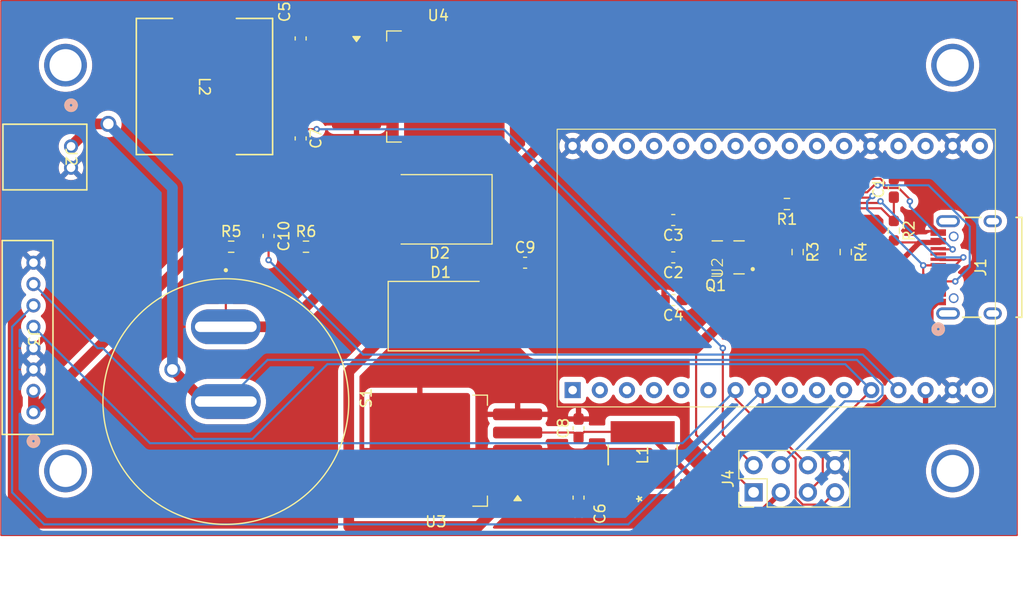
<source format=kicad_pcb>
(kicad_pcb (version 20241229) (generator "pcbnew") (generator_version "9.0")
  (layers (0 "F.Cu" signal) (2 "B.Cu" signal) (13 "F.Paste" user) (15 "B.Paste" user) (5 "F.SilkS" user "F.Silkscreen") (7 "B.SilkS" user "B.Silkscreen") (1 "F.Mask" user) (3 "B.Mask" user) (25 "Edge.Cuts" user))
  (net 0 "")
  (net 1 "Net-(U1-VIN)")
  (net 2 "GND")
  (net 3 "/20V")
  (net 4 "/V_MAIN")
  (net 5 "/12V")
  (net 6 "/5V")
  (net 7 "/V_BATT")
  (net 8 "/VBUS")
  (net 9 "/CC1")
  (net 10 "/D+")
  (net 11 "/CC2")
  (net 12 "/D-")
  (net 13 "/BATT")
  (net 14 "/CH_0")
  (net 15 "/CH_2")
  (net 16 "/CH_1")
  (net 17 "Net-(U3-OUT)")
  (net 18 "Net-(U4-OUT)")
  (net 19 "Net-(U1-ISET)")
  (net 20 "/USB_GATE")
  (net 21 "/V_BATT_SENSE")
  (net 48 "Net-(U1-GATE)")
  (footprint "Connector_PinHeader_2.54mm:PinHeader_2x04_P2.54mm_Vertical" (layer "F.Cu") (at 170.38 146 90)
    (property "Reference" "J4" (at 1.27 -2.38 90) (layer "F.SilkS"))
    (property "Value" "Conn_02x04_Counter_Clockwise")
    (fp_line (start 3.92 -1.38) (end 3.92 9) (stroke (width 0.12)) (layer "F.SilkS"))
    (fp_line (start 1.27 -1.38) (end 3.92 -1.38) (stroke (width 0.12)) (layer "F.SilkS"))
    (fp_line (start -1.38 -1.38) (end 0 -1.38) (stroke (width 0.12)) (layer "F.SilkS"))
    (fp_line (start -1.38 0) (end -1.38 -1.38) (stroke (width 0.12)) (layer "F.SilkS"))
    (fp_line (start 1.27 1.27) (end 1.27 -1.38) (stroke (width 0.12)) (layer "F.SilkS"))
    (fp_line (start -1.38 1.27) (end 1.27 1.27) (stroke (width 0.12)) (layer "F.SilkS"))
    (fp_line (start -1.38 1.27) (end -1.38 9) (stroke (width 0.12)) (layer "F.SilkS"))
    (fp_line (start -1.38 9) (end 3.92 9) (stroke (width 0.12)) (layer "F.SilkS"))
    (pad "1" thru_hole rect (at 0 0 90) (size 1.7 1.7) (drill 1) (layers "*.Cu" "*.Mask") (net 3 "/20V"))
    (pad "2" thru_hole circle (at 2.54 0 90) (size 1.7 1.7) (drill 1) (layers "*.Cu" "*.Mask") (net 5 "/12V"))
    (pad "3" thru_hole circle (at 0 2.54 90) (size 1.7 1.7) (drill 1) (layers "*.Cu" "*.Mask") (net 6 "/5V"))
    (pad "4" thru_hole circle (at 2.54 2.54 90) (size 1.7 1.7) (drill 1) (layers "*.Cu" "*.Mask") (net 13 "/BATT"))
    (pad "5" thru_hole circle (at 0 5.08 90) (size 1.7 1.7) (drill 1) (layers "*.Cu" "*.Mask") (net 15 "/CH_2"))
    (pad "6" thru_hole circle (at 2.54 5.08 90) (size 1.7 1.7) (drill 1) (layers "*.Cu" "*.Mask") (net 16 "/CH_1"))
    (pad "7" thru_hole circle (at 0 7.62 90) (size 1.7 1.7) (drill 1) (layers "*.Cu" "*.Mask") (net 14 "/CH_0"))
    (pad "8" thru_hole circle (at 2.54 7.62 90) (size 1.7 1.7) (drill 1) (layers "*.Cu" "*.Mask") (net 2 "GND"))
  )
  (footprint "Capacitor_SMD:C_0603_1608Metric_Pad1.08x0.95mm_HandSolder" (layer "F.Cu") (at 162.8625 124 180)
    (property "Reference" "C2" (at 0 -1.43 0) (layer "F.SilkS"))
    (property "Value" "4.7u")
    (fp_line (start -0.146267 0.51) (end 0.146267 0.51) (stroke (width 0.12)) (layer "F.SilkS"))
    (fp_line (start -0.146267 -0.51) (end 0.146267 -0.51) (stroke (width 0.12)) (layer "F.SilkS"))
    (pad "1" smd roundrect (at -0.8625 0 180) (size 1.075 0.95) (layers "F.Cu" "F.Mask" "F.Paste") (net 3 "/20V"))
    (pad "2" smd roundrect (at 0.8625 0 180) (size 1.075 0.95) (layers "F.Cu" "F.Mask" "F.Paste") (net 2 "GND"))
  )
  (footprint "ESP32-C6:E" (layer "F.Cu") (at 172.5 125 90)
    (property "Reference" "U2" (at 0 -5.5 90) (layer "F.SilkS") (effects (font (thickness 0.1))))
    (property "Value" "~")
    (fp_rect (start -13 -20.5) (end 13 20.5) (stroke (width 0.1)) (fill no) (layer "F.SilkS"))
    (pad "1" thru_hole rect (at -11.43 -19.05 90) (size 1.5 1.5) (drill 0.8) (layers "*.Cu" "*.Mask"))
    (pad "2" thru_hole circle (at -11.43 -16.51 90) (size 1.5 1.5) (drill 0.8) (layers "*.Cu" "*.Mask"))
    (pad "3" thru_hole circle (at -11.43 -13.97 90) (size 1.5 1.5) (drill 0.8) (layers "*.Cu" "*.Mask"))
    (pad "4" thru_hole circle (at -11.43 -11.43 90) (size 1.5 1.5) (drill 0.8) (layers "*.Cu" "*.Mask"))
    (pad "5" thru_hole circle (at -11.43 -8.89 90) (size 1.5 1.5) (drill 0.8) (layers "*.Cu" "*.Mask"))
    (pad "6" thru_hole circle (at -11.43 -6.35 90) (size 1.5 1.5) (drill 0.8) (layers "*.Cu" "*.Mask"))
    (pad "7" thru_hole circle (at -11.43 -3.81 90) (size 1.5 1.5) (drill 0.8) (layers "*.Cu" "*.Mask") (net 14 "/CH_0"))
    (pad "8" thru_hole circle (at -11.43 -1.27 90) (size 1.5 1.5) (drill 0.8) (layers "*.Cu" "*.Mask") (net 16 "/CH_1"))
    (pad "9" thru_hole circle (at -11.43 1.27 90) (size 1.5 1.5) (drill 0.8) (layers "*.Cu" "*.Mask"))
    (pad "10" thru_hole circle (at -11.43 3.81 90) (size 1.5 1.5) (drill 0.8) (layers "*.Cu" "*.Mask"))
    (pad "11" thru_hole circle (at -11.43 6.35 90) (size 1.5 1.5) (drill 0.8) (layers "*.Cu" "*.Mask"))
    (pad "12" thru_hole circle (at -11.43 8.89 90) (size 1.5 1.5) (drill 0.8) (layers "*.Cu" "*.Mask") (net 15 "/CH_2"))
    (pad "13" thru_hole circle (at -11.43 11.43 90) (size 1.5 1.5) (drill 0.8) (layers "*.Cu" "*.Mask") (net 21 "/V_BATT_SENSE"))
    (pad "14" thru_hole circle (at -11.43 13.97 90) (size 1.5 1.5) (drill 0.8) (layers "*.Cu" "*.Mask") (net 6 "/5V"))
    (pad "15" thru_hole circle (at -11.43 16.51 90) (size 1.5 1.5) (drill 0.8) (layers "*.Cu" "*.Mask") (net 2 "GND"))
    (pad "16" thru_hole circle (at -11.43 19.05 90) (size 1.5 1.5) (drill 0.8) (layers "*.Cu" "*.Mask"))
    (pad "17" thru_hole circle (at 11.43 -19.05 90) (size 1.5 1.5) (drill 0.8) (layers "*.Cu" "*.Mask") (net 2 "GND"))
    (pad "18" thru_hole circle (at 11.43 -16.51 90) (size 1.5 1.5) (drill 0.8) (layers "*.Cu" "*.Mask"))
    (pad "19" thru_hole circle (at 11.43 -13.97 90) (size 1.5 1.5) (drill 0.8) (layers "*.Cu" "*.Mask"))
    (pad "20" thru_hole circle (at 11.43 -11.43 90) (size 1.5 1.5) (drill 0.8) (layers "*.Cu" "*.Mask"))
    (pad "21" thru_hole circle (at 11.43 -8.89 90) (size 1.5 1.5) (drill 0.8) (layers "*.Cu" "*.Mask"))
    (pad "22" thru_hole circle (at 11.43 -6.35 90) (size 1.5 1.5) (drill 0.8) (layers "*.Cu" "*.Mask"))
    (pad "23" thru_hole circle (at 11.43 -3.81 90) (size 1.5 1.5) (drill 0.8) (layers "*.Cu" "*.Mask"))
    (pad "24" thru_hole circle (at 11.43 -1.27 90) (size 1.5 1.5) (drill 0.8) (layers "*.Cu" "*.Mask"))
    (pad "25" thru_hole circle (at 11.43 1.27 90) (size 1.5 1.5) (drill 0.8) (layers "*.Cu" "*.Mask"))
    (pad "26" thru_hole circle (at 11.43 3.81 90) (size 1.5 1.5) (drill 0.8) (layers "*.Cu" "*.Mask"))
    (pad "27" thru_hole circle (at 11.43 6.35 90) (size 1.5 1.5) (drill 0.8) (layers "*.Cu" "*.Mask"))
    (pad "28" thru_hole circle (at 11.43 8.89 90) (size 1.5 1.5) (drill 0.8) (layers "*.Cu" "*.Mask") (net 2 "GND"))
    (pad "29" thru_hole circle (at 11.43 11.43 90) (size 1.5 1.5) (drill 0.8) (layers "*.Cu" "*.Mask"))
    (pad "30" thru_hole circle (at 11.43 13.97 90) (size 1.5 1.5) (drill 0.8) (layers "*.Cu" "*.Mask"))
    (pad "31" thru_hole circle (at 11.43 16.51 90) (size 1.5 1.5) (drill 0.8) (layers "*.Cu" "*.Mask") (net 2 "GND"))
    (pad "32" thru_hole circle (at 11.43 19.05 90) (size 1.5 1.5) (drill 0.8) (layers "*.Cu" "*.Mask"))
  )
  (footprint "Package_TO_SOT_SMD:TO-263-5_TabPin3" (layer "F.Cu") (at 140.875 108)
    (property "Reference" "U4" (at 0 -6.65 0) (layer "F.SilkS"))
    (property "Value" "LM2596S-12")
    (fp_line (start -4.825 -5.2) (end -4.825 -4.25) (stroke (width 0.12)) (layer "F.SilkS"))
    (fp_line (start -4.825 5.2) (end -4.825 4.25) (stroke (width 0.12)) (layer "F.SilkS"))
    (fp_line (start -3.46 -5.2) (end -4.825 -5.2) (stroke (width 0.12)) (layer "F.SilkS"))
    (fp_line (start -3.46 5.2) (end -4.825 5.2) (stroke (width 0.12)) (layer "F.SilkS"))
    (fp_poly (pts (xy -7.65 -4.21) (xy -7.99 -4.68) (xy -7.31 -4.68)) (stroke (width 0.12)) (fill yes) (layer "F.SilkS"))
    (pad "1" smd roundrect (at -7.65 -3.4) (size 4.6 1.1) (layers "F.Cu" "F.Mask" "F.Paste") (roundrect_rratio 0.227273) (net 4 "/V_MAIN"))
    (pad "2" smd roundrect (at -7.65 -1.7) (size 4.6 1.1) (layers "F.Cu" "F.Mask" "F.Paste") (roundrect_rratio 0.227273) (net 18 "Net-(U4-OUT)"))
    (pad "3" smd roundrect (at -7.65 0) (size 4.6 1.1) (layers "F.Cu" "F.Mask" "F.Paste") (roundrect_rratio 0.227273) (net 2 "GND"))
    (pad "3" smd roundrect (at 1.5 0) (size 9.4 10.8) (layers "F.Cu" "F.Mask") (roundrect_rratio 0.026596) (net 2 "GND"))
    (pad "4" smd roundrect (at -7.65 1.7) (size 4.6 1.1) (layers "F.Cu" "F.Mask" "F.Paste") (roundrect_rratio 0.227273) (net 5 "/12V"))
    (pad "5" smd roundrect (at -7.65 3.4) (size 4.6 1.1) (layers "F.Cu" "F.Mask" "F.Paste") (roundrect_rratio 0.227273) (net 2 "GND"))
  )
  (footprint "Diode_SMD:D_SMC" (layer "F.Cu") (at 141.1 129.5)
    (property "Reference" "D1" (at 0 -4.1 0) (layer "F.SilkS"))
    (property "Value" "MBRS340")
    (fp_line (start -4.91 -3.25) (end 3.6 -3.25) (stroke (width 0.12)) (layer "F.SilkS"))
    (fp_line (start -4.91 3.25) (end -4.91 -3.25) (stroke (width 0.12)) (layer "F.SilkS"))
    (fp_line (start -4.91 3.25) (end 3.6 3.25) (stroke (width 0.12)) (layer "F.SilkS"))
    (pad "1" smd roundrect (at -3.4 0 90) (size 3.3 2.5) (layers "F.Cu" "F.Mask" "F.Paste") (roundrect_rratio 0.1) (net 4 "/V_MAIN"))
    (pad "2" smd roundrect (at 3.4 0 90) (size 3.3 2.5) (layers "F.Cu" "F.Mask" "F.Paste") (roundrect_rratio 0.1) (net 3 "/20V"))
  )
  (footprint "Package_TO_SOT_SMD:TO-263-5_TabPin3" (layer "F.Cu") (at 140.65 142.1 180)
    (property "Reference" "U3" (at 0 -6.65 0) (layer "F.SilkS"))
    (property "Value" "LM2596S-5")
    (fp_line (start -3.46 5.2) (end -4.825 5.2) (stroke (width 0.12)) (layer "F.SilkS"))
    (fp_line (start -3.46 -5.2) (end -4.825 -5.2) (stroke (width 0.12)) (layer "F.SilkS"))
    (fp_line (start -4.825 5.2) (end -4.825 4.25) (stroke (width 0.12)) (layer "F.SilkS"))
    (fp_line (start -4.825 -5.2) (end -4.825 -4.25) (stroke (width 0.12)) (layer "F.SilkS"))
    (fp_poly (pts (xy -7.65 -4.21) (xy -7.99 -4.68) (xy -7.31 -4.68)) (stroke (width 0.12)) (fill yes) (layer "F.SilkS"))
    (pad "1" smd roundrect (at -7.65 -3.4 180) (size 4.6 1.1) (layers "F.Cu" "F.Mask" "F.Paste") (roundrect_rratio 0.227273) (net 4 "/V_MAIN"))
    (pad "2" smd roundrect (at -7.65 -1.7 180) (size 4.6 1.1) (layers "F.Cu" "F.Mask" "F.Paste") (roundrect_rratio 0.227273) (net 17 "Net-(U3-OUT)"))
    (pad "3" smd roundrect (at -7.65 0 180) (size 4.6 1.1) (layers "F.Cu" "F.Mask" "F.Paste") (roundrect_rratio 0.227273) (net 2 "GND"))
    (pad "3" smd roundrect (at 1.5 0 180) (size 9.4 10.8) (layers "F.Cu" "F.Mask") (roundrect_rratio 0.026596) (net 2 "GND"))
    (pad "4" smd roundrect (at -7.65 1.7 180) (size 4.6 1.1) (layers "F.Cu" "F.Mask" "F.Paste") (roundrect_rratio 0.227273) (net 6 "/5V"))
    (pad "5" smd roundrect (at -7.65 3.4 180) (size 4.6 1.1) (layers "F.Cu" "F.Mask" "F.Paste") (roundrect_rratio 0.227273) (net 2 "GND"))
  )
  (footprint "Capacitor_SMD:C_0603_1608Metric_Pad1.08x0.95mm_HandSolder" (layer "F.Cu") (at 162.8625 128 180)
    (property "Reference" "C4" (at 0 -1.43 0) (layer "F.SilkS"))
    (property "Value" "4.7u")
    (fp_line (start -0.146267 0.51) (end 0.146267 0.51) (stroke (width 0.12)) (layer "F.SilkS"))
    (fp_line (start -0.146267 -0.51) (end 0.146267 -0.51) (stroke (width 0.12)) (layer "F.SilkS"))
    (pad "1" smd roundrect (at -0.8625 0 180) (size 1.075 0.95) (layers "F.Cu" "F.Mask" "F.Paste") (net 3 "/20V"))
    (pad "2" smd roundrect (at 0.8625 0 180) (size 1.075 0.95) (layers "F.Cu" "F.Mask" "F.Paste") (net 2 "GND"))
  )
  (footprint "Resistor_SMD:R_0603_1608Metric_Pad0.98x0.95mm_HandSolder" (layer "F.Cu") (at 179 123.5 -90)
    (property "Reference" "R4" (at 0 -1.43 90) (layer "F.SilkS"))
    (property "Value" "49.9k")
    (fp_line (start -0.254724 0.5225) (end 0.254724 0.5225) (stroke (width 0.12)) (layer "F.SilkS"))
    (fp_line (start -0.254724 -0.5225) (end 0.254724 -0.5225) (stroke (width 0.12)) (layer "F.SilkS"))
    (pad "1" smd roundrect (at -0.9125 0 270) (size 0.975 0.95) (layers "F.Cu" "F.Mask" "F.Paste") (net 8 "/VBUS"))
    (pad "2" smd roundrect (at 0.9125 0 270) (size 0.975 0.95) (layers "F.Cu" "F.Mask" "F.Paste") (net 20 "/USB_GATE"))
  )
  (footprint "Capacitor_SMD:C_0603_1608Metric_Pad1.08x0.95mm_HandSolder" (layer "F.Cu") (at 125 122 -90)
    (property "Reference" "C10" (at 0 -1.43 90) (layer "F.SilkS"))
    (property "Value" "0.1u")
    (fp_line (start -0.146267 0.51) (end 0.146267 0.51) (stroke (width 0.12)) (layer "F.SilkS"))
    (fp_line (start -0.146267 -0.51) (end 0.146267 -0.51) (stroke (width 0.12)) (layer "F.SilkS"))
    (pad "1" smd roundrect (at -0.8625 0 270) (size 1.075 0.95) (layers "F.Cu" "F.Mask" "F.Paste") (net 2 "GND"))
    (pad "2" smd roundrect (at 0.8625 0 270) (size 1.075 0.95) (layers "F.Cu" "F.Mask" "F.Paste") (net 21 "/V_BATT_SENSE"))
  )
  (footprint "Capacitor_SMD:C_0603_1608Metric_Pad1.08x0.95mm_HandSolder" (layer "F.Cu") (at 154 146.5 -90)
    (property "Reference" "C6" (at 1.5 -2 90) (layer "F.SilkS"))
    (property "Value" "680u")
    (fp_line (start -0.146267 0.51) (end 0.146267 0.51) (stroke (width 0.12)) (layer "F.SilkS"))
    (fp_line (start -0.146267 -0.51) (end 0.146267 -0.51) (stroke (width 0.12)) (layer "F.SilkS"))
    (pad "1" smd roundrect (at -0.8625 0 270) (size 1.075 0.95) (layers "F.Cu" "F.Mask" "F.Paste") (net 4 "/V_MAIN"))
    (pad "2" smd roundrect (at 0.8625 0 270) (size 1.075 0.95) (layers "F.Cu" "F.Mask" "F.Paste") (net 2 "GND"))
  )
  (footprint "Resistor_SMD:R_0603_1608Metric_Pad0.98x0.95mm_HandSolder" (layer "F.Cu") (at 128.5 123)
    (property "Reference" "R6" (at 0 -1.43 0) (layer "F.SilkS"))
    (property "Value" "20k")
    (fp_line (start -0.254724 -0.5225) (end 0.254724 -0.5225) (stroke (width 0.12)) (layer "F.SilkS"))
    (fp_line (start -0.254724 0.5225) (end 0.254724 0.5225) (stroke (width 0.12)) (layer "F.SilkS"))
    (pad "1" smd roundrect (at -0.9125 0) (size 0.975 0.95) (layers "F.Cu" "F.Mask" "F.Paste") (net 21 "/V_BATT_SENSE"))
    (pad "2" smd roundrect (at 0.9125 0) (size 0.975 0.95) (layers "F.Cu" "F.Mask" "F.Paste") (net 2 "GND"))
  )
  (footprint "Capacitor_SMD:C_0603_1608Metric_Pad1.08x0.95mm_HandSolder" (layer "F.Cu") (at 128 103.5 90)
    (property "Reference" "C5" (at 2.5 -1.5 90) (layer "F.SilkS"))
    (property "Value" "680u")
    (fp_line (start -0.146267 -0.51) (end 0.146267 -0.51) (stroke (width 0.12)) (layer "F.SilkS"))
    (fp_line (start -0.146267 0.51) (end 0.146267 0.51) (stroke (width 0.12)) (layer "F.SilkS"))
    (pad "1" smd roundrect (at -0.8625 0 90) (size 1.075 0.95) (layers "F.Cu" "F.Mask" "F.Paste") (net 4 "/V_MAIN"))
    (pad "2" smd roundrect (at 0.8625 0 90) (size 1.075 0.95) (layers "F.Cu" "F.Mask" "F.Paste") (net 2 "GND"))
  )
  (footprint "SWM:TRANS_AONR21307" (layer "F.Cu") (at 168 124 180)
    (property "Reference" "Q1" (at 1.175 -2.635 0) (layer "F.SilkS"))
    (property "Value" "AONR21307")
    (fp_line (start 0.535 1.545) (end 1.5 1.545) (stroke (width 0.127)) (layer "F.SilkS"))
    (fp_line (start 0.535 -1.545) (end 1.5 -1.545) (stroke (width 0.127)) (layer "F.SilkS"))
    (fp_line (start -0.535 1.545) (end -1.5 1.545) (stroke (width 0.127)) (layer "F.SilkS"))
    (fp_line (start -0.535 -1.545) (end -1.5 -1.545) (stroke (width 0.127)) (layer "F.SilkS"))
    (fp_circle (center -2.3 -1.1) (end -2.2 -1.1) (stroke (width 0.2)) (fill no) (layer "F.SilkS"))
    (pad "1" smd rect (at -1.4 -0.975 180) (size 0.5 0.35) (layers "F.Cu" "F.Mask" "F.Paste") (net 8 "/VBUS"))
    (pad "2" smd rect (at -1.4 -0.325 180) (size 0.5 0.35) (layers "F.Cu" "F.Mask" "F.Paste") (net 8 "/VBUS"))
    (pad "3" smd rect (at -1.4 0.325 180) (size 0.5 0.35) (layers "F.Cu" "F.Mask" "F.Paste") (net 8 "/VBUS"))
    (pad "4" smd rect (at -1.4 0.975 180) (size 0.5 0.35) (layers "F.Cu" "F.Mask" "F.Paste") (net 20 "/USB_GATE"))
    (pad "5_6_7_8" smd custom (at 0 0 180) (size 1 2) (layers "F.Cu") (net 3 "/20V") (options (clearance outline) (anchor rect)) (primitives (gr_poly (pts (xy -0.63 1.225) (xy -0.63 -1.225) (xy -0.215 -1.225) (xy -0.215 -1.605) (xy 0.215 -1.605) (xy 0.215 -1.225) (xy 1.35 -1.225) (xy 1.35 -1.175) (xy 1.65 -1.175) (xy 1.65 -0.775) (xy 1.35 -0.775) (xy 1.35 -0.525) (xy 1.65 -0.525) (xy 1.65 -0.125) (xy 1.35 -0.125) (xy 1.35 0.125) (xy 1.65 0.125) (xy 1.65 0.525) (xy 1.35 0.525) (xy 1.35 0.775) (xy 1.65 0.775) (xy 1.65 1.175) (xy 1.35 1.175) (xy 1.35 1.225) (xy 0.215 1.225) (xy 0.215 1.605) (xy -0.215 1.605) (xy -0.215 1.225)) (width 0.01) (fill yes))))
  )
  (footprint "Resistor_SMD:R_0603_1608Metric_Pad0.98x0.95mm_HandSolder" (layer "F.Cu") (at 174.5 123.5 -90)
    (property "Reference" "R3" (at 0 -1.43 90) (layer "F.SilkS"))
    (property "Value" "5.1k")
    (fp_line (start -0.254724 0.5225) (end 0.254724 0.5225) (stroke (width 0.12)) (layer "F.SilkS"))
    (fp_line (start -0.254724 -0.5225) (end 0.254724 -0.5225) (stroke (width 0.12)) (layer "F.SilkS"))
    (pad "1" smd roundrect (at -0.9125 0 270) (size 0.975 0.95) (layers "F.Cu" "F.Mask" "F.Paste") (net 48 "Net-(U1-GATE)"))
    (pad "2" smd roundrect (at 0.9125 0 270) (size 0.975 0.95) (layers "F.Cu" "F.Mask" "F.Paste") (net 20 "/USB_GATE"))
  )
  (footprint "SWM:HUSB238A_002D" (layer "F.Cu") (at 178.59 118.405 180)
    (property "Reference" "U1" (hide yes))
    (property "Value" "~")
    (pad "1" smd roundrect (at -1.45 -1 180) (size 0.85 0.25) (layers "F.Cu" "F.Mask" "F.Paste") (net 1 "Net-(U1-VIN)"))
    (pad "2" smd roundrect (at -1.45 -0.5 180) (size 0.85 0.25) (layers "F.Cu" "F.Mask" "F.Paste") (net 10 "/D+"))
    (pad "3" smd roundrect (at -1.45 0 180) (size 0.85 0.25) (layers "F.Cu" "F.Mask" "F.Paste") (net 12 "/D-"))
    (pad "4" smd roundrect (at -1.45 0.5 180) (size 0.85 0.25) (layers "F.Cu" "F.Mask" "F.Paste") (net 9 "/CC1"))
    (pad "5" smd roundrect (at -1.45 1 180) (size 0.85 0.25) (layers "F.Cu" "F.Mask" "F.Paste") (net 11 "/CC2"))
    (pad "6" smd roundrect (at 1.45 1 180) (size 0.85 0.25) (layers "F.Cu" "F.Mask" "F.Paste"))
    (pad "7" smd roundrect (at 1.45 0.5 180) (size 0.85 0.25) (layers "F.Cu" "F.Mask" "F.Paste"))
    (pad "8" smd roundrect (at 1.45 0 180) (size 0.85 0.25) (layers "F.Cu" "F.Mask" "F.Paste"))
    (pad "9" smd roundrect (at 1.45 -0.5 180) (size 0.85 0.25) (layers "F.Cu" "F.Mask" "F.Paste") (net 19 "Net-(U1-ISET)"))
    (pad "10" smd roundrect (at 1.45 -1 180) (size 0.85 0.25) (layers "F.Cu" "F.Mask" "F.Paste") (net 48 "Net-(U1-GATE)"))
    (pad "11" smd rect (at 0 0 180) (size 1.65 2.38) (property pad_prop_heatsink) (layers "F.Cu" "F.Mask") (net 2 "GND"))
  )
  (footprint "Resistor_SMD:R_0603_1608Metric_Pad0.98x0.95mm_HandSolder" (layer "F.Cu") (at 183.5 121.5 -90)
    (property "Reference" "R2" (at 0 -1.43 90) (layer "F.SilkS"))
    (property "Value" "10")
    (fp_line (start -0.254724 0.5225) (end 0.254724 0.5225) (stroke (width 0.12)) (layer "F.SilkS"))
    (fp_line (start -0.254724 -0.5225) (end 0.254724 -0.5225) (stroke (width 0.12)) (layer "F.SilkS"))
    (pad "1" smd roundrect (at -0.9125 0 270) (size 0.975 0.95) (layers "F.Cu" "F.Mask" "F.Paste") (net 1 "Net-(U1-VIN)"))
    (pad "2" smd roundrect (at 0.9125 0 270) (size 0.975 0.95) (layers "F.Cu" "F.Mask" "F.Paste") (net 8 "/VBUS"))
  )
  (footprint "Capacitor_SMD:C_0603_1608Metric_Pad1.08x0.95mm_HandSolder" (layer "F.Cu") (at 128 112.8625 -90)
    (property "Reference" "C7" (at 0 -1.43 90) (layer "F.SilkS"))
    (property "Value" "220u")
    (fp_line (start -0.146267 0.51) (end 0.146267 0.51) (stroke (width 0.12)) (layer "F.SilkS"))
    (fp_line (start -0.146267 -0.51) (end 0.146267 -0.51) (stroke (width 0.12)) (layer "F.SilkS"))
    (pad "1" smd roundrect (at -0.8625 0 270) (size 1.075 0.95) (layers "F.Cu" "F.Mask" "F.Paste") (net 5 "/12V"))
    (pad "2" smd roundrect (at 0.8625 0 270) (size 1.075 0.95) (layers "F.Cu" "F.Mask" "F.Paste") (net 2 "GND"))
  )
  (footprint "SWM:CONN_B8B-PH-K-S_JST" (layer "F.Cu") (at 103 138.499999 -90)
    (property "Reference" "J3" (at -6.999999 0 270) (layer "F.SilkS"))
    (property "Value" "B8B-PH-K-SLFSN")
    (fp_line (start -16.076999 2.927002) (end 2.077001 2.927002) (stroke (width 0.1524)) (layer "F.SilkS"))
    (fp_line (start 2.077001 2.927002) (end 2.077001 -1.827) (stroke (width 0.1524)) (layer "F.SilkS"))
    (fp_line (start -16.076999 -1.827) (end -16.076999 2.927002) (stroke (width 0.1524)) (layer "F.SilkS"))
    (fp_line (start 2.077001 -1.827) (end -16.076999 -1.827) (stroke (width 0.1524)) (layer "F.SilkS"))
    (fp_circle (center 2.712001 0) (end 3.093001 0) (stroke (width 0.508)) (fill no) (layer "F.SilkS"))
    (fp_circle (center 2.712001 0) (end 3.093001 0) (stroke (width 0.508)) (fill no) (layer "B.SilkS"))
    (pad "1" thru_hole circle (at 0 0 270) (size 1.3208 1.3208) (drill 0.8128) (layers "*.Cu" "*.Mask") (net 5 "/12V"))
    (pad "2" thru_hole circle (at -1.999999 0 270) (size 1.3208 1.3208) (drill 0.8128) (layers "*.Cu" "*.Mask") (net 5 "/12V"))
    (pad "3" thru_hole circle (at -4 0 270) (size 1.3208 1.3208) (drill 0.8128) (layers "*.Cu" "*.Mask") (net 2 "GND"))
    (pad "4" thru_hole circle (at -5.999999 0 270) (size 1.3208 1.3208) (drill 0.8128) (layers "*.Cu" "*.Mask") (net 2 "GND"))
    (pad "5" thru_hole circle (at -8 0 270) (size 1.3208 1.3208) (drill 0.8128) (layers "*.Cu" "*.Mask") (net 14 "/CH_0"))
    (pad "6" thru_hole circle (at -9.999998 0 270) (size 1.3208 1.3208) (drill 0.8128) (layers "*.Cu" "*.Mask") (net 16 "/CH_1"))
    (pad "7" thru_hole circle (at -11.999999 0 270) (size 1.3208 1.3208) (drill 0.8128) (layers "*.Cu" "*.Mask") (net 15 "/CH_2"))
    (pad "8" thru_hole circle (at -14 0 270) (size 1.3208 1.3208) (drill 0.8128) (layers "*.Cu" "*.Mask") (net 2 "GND"))
  )
  (footprint "Diode_SMD:D_SMC" (layer "F.Cu") (at 141 119.5 180)
    (property "Reference" "D2" (at 0 -4.1 0) (layer "F.SilkS"))
    (property "Value" "MBRS340")
    (fp_line (start -4.91 3.25) (end 3.6 3.25) (stroke (width 0.12)) (layer "F.SilkS"))
    (fp_line (start -4.91 3.25) (end -4.91 -3.25) (stroke (width 0.12)) (layer "F.SilkS"))
    (fp_line (start -4.91 -3.25) (end 3.6 -3.25) (stroke (width 0.12)) (layer "F.SilkS"))
    (pad "1" smd roundrect (at -3.4 0 270) (size 3.3 2.5) (layers "F.Cu" "F.Mask" "F.Paste") (roundrect_rratio 0.1) (net 4 "/V_MAIN"))
    (pad "2" smd roundrect (at 3.4 0 270) (size 3.3 2.5) (layers "F.Cu" "F.Mask" "F.Paste") (roundrect_rratio 0.1) (net 7 "/V_BATT"))
  )
  (footprint "Capacitor_SMD:C_0603_1608Metric_Pad1.08x0.95mm_HandSolder" (layer "F.Cu") (at 162.8625 120.5 180)
    (property "Reference" "C3" (at 0 -1.43 0) (layer "F.SilkS"))
    (property "Value" "4.7u")
    (fp_line (start -0.146267 0.51) (end 0.146267 0.51) (stroke (width 0.12)) (layer "F.SilkS"))
    (fp_line (start -0.146267 -0.51) (end 0.146267 -0.51) (stroke (width 0.12)) (layer "F.SilkS"))
    (pad "1" smd roundrect (at -0.8625 0 180) (size 1.075 0.95) (layers "F.Cu" "F.Mask" "F.Paste") (net 3 "/20V"))
    (pad "2" smd roundrect (at 0.8625 0 180) (size 1.075 0.95) (layers "F.Cu" "F.Mask" "F.Paste") (net 2 "GND"))
  )
  (footprint "SWM:CONN12_C-31-M-12_HRO" (layer "F.Cu") (at 187.654 128.180161 90)
    (property "Reference" "J1" (at 3.250193 3.975 90) (layer "F.SilkS"))
    (property "Value" "TYPE-C-31-M-12")
    (fp_line (start -1.423407 2.280533) (end -1.423407 3.985467) (stroke (width 0.1524)) (layer "F.SilkS"))
    (fp_line (start 7.923793 3.98548) (end 7.923793 2.280533) (stroke (width 0.1524)) (layer "F.SilkS"))
    (fp_line (start -1.423407 7.277766) (end -1.423407 7.8231) (stroke (width 0.1524)) (layer "F.SilkS"))
    (fp_line (start 7.923793 7.8231) (end 7.923793 7.277766) (stroke (width 0.1524)) (layer "F.SilkS"))
    (fp_line (start -1.423407 7.8231) (end 7.923793 7.8231) (stroke (width 0.1524)) (layer "F.SilkS"))
    (fp_circle (center -2.54 0) (end -2.159 0) (stroke (width 0.508)) (fill no) (layer "F.SilkS"))
    (fp_circle (center -2.54 0) (end -2.159 0) (stroke (width 0.508)) (fill no) (layer "B.SilkS"))
    (pad "" np_thru_hole oval (at -1.069839 0.916 180) (size 2.2098 1.1176) (drill oval 1.7018 0.6096) (layers "*.Cu" "*.Mask"))
    (pad "" np_thru_hole oval (at -1.069839 5.096 180) (size 1.7018 1.1176) (drill oval 1.1938 0.6096) (layers "*.Cu" "*.Mask"))
    (pad "" np_thru_hole oval (at 7.570195 5.096 180) (size 1.7018 1.1176) (drill oval 1.1938 0.6096) (layers "*.Cu" "*.Mask"))
    (pad "" np_thru_hole oval (at 7.570225 0.916 180) (size 2.2098 1.1176) (drill oval 1.7018 0.6096) (layers "*.Cu" "*.Mask"))
    (pad "17" thru_hole circle (at 0.360194 1.446 180) (size 0.9144 0.9144) (drill 0.6604) (layers "*.Cu" "*.Mask"))
    (pad "18" thru_hole circle (at 6.140192 1.446 180) (size 0.9144 0.9144) (drill 0.6604) (layers "*.Cu" "*.Mask"))
    (pad "A1-B12" smd rect (at 0 0 90) (size 0.6096 1.4478) (layers "F.Cu" "F.Mask" "F.Paste") (net 2 "GND"))
    (pad "A4-B9" smd rect (at 0.800252 0 90) (size 0.6096 1.4478) (layers "F.Cu" "F.Mask" "F.Paste") (net 8 "/VBUS"))
    (pad "A5" smd rect (at 2.00013 0 90) (size 0.3048 1.4478) (layers "F.Cu" "F.Mask" "F.Paste") (net 9 "/CC1"))
    (pad "A6" smd rect (at 3.00013 0 90) (size 0.3048 1.4478) (layers "F.Cu" "F.Mask" "F.Paste") (net 10 "/D+"))
    (pad "A7" smd rect (at 3.500256 0 90) (size 0.3048 1.4478) (layers "F.Cu" "F.Mask" "F.Paste") (net 10 "/D+"))
    (pad "A8" smd rect (at 4.500256 0 90) (size 0.3048 1.4478) (layers "F.Cu" "F.Mask" "F.Paste"))
    (pad "B1-A12" smd rect (at 6.500386 0 90) (size 0.6096 1.4478) (layers "F.Cu" "F.Mask" "F.Paste") (net 2 "GND"))
    (pad "B4-A9" smd rect (at 5.700134 0 90) (size 0.6096 1.4478) (layers "F.Cu" "F.Mask" "F.Paste") (net 8 "/VBUS"))
    (pad "B5" smd rect (at 5.000382 0 90) (size 0.3048 1.4478) (layers "F.Cu" "F.Mask" "F.Paste") (net 11 "/CC2"))
    (pad "B6" smd rect (at 4.000382 0 90) (size 0.3048 1.4478) (layers "F.Cu" "F.Mask" "F.Paste") (net 12 "/D-"))
    (pad "B7" smd rect (at 2.500004 0 90) (size 0.3048 1.4478) (layers "F.Cu" "F.Mask" "F.Paste") (net 12 "/D-"))
    (pad "B8" smd rect (at 1.500004 0 90) (size 0.3048 1.4478) (layers "F.Cu" "F.Mask" "F.Paste"))
  )
  (footprint "Capacitor_SMD:C_0603_1608Metric_Pad1.08x0.95mm_HandSolder" (layer "F.Cu") (at 183.5 117.5 90)
    (property "Reference" "C1" (at 0 -1.43 90) (layer "F.SilkS"))
    (property "Value" "1u")
    (fp_line (start -0.146267 -0.51) (end 0.146267 -0.51) (stroke (width 0.12)) (layer "F.SilkS"))
    (fp_line (start -0.146267 0.51) (end 0.146267 0.51) (stroke (width 0.12)) (layer "F.SilkS"))
    (pad "1" smd roundrect (at -0.8625 0 90) (size 1.075 0.95) (layers "F.Cu" "F.Mask" "F.Paste") (net 1 "Net-(U1-VIN)"))
    (pad "2" smd roundrect (at 0.8625 0 90) (size 1.075 0.95) (layers "F.Cu" "F.Mask" "F.Paste") (net 2 "GND"))
  )
  (footprint "SWM:CONN_S2B-PH-K-S_JST" (layer "F.Cu") (at 106.5174 113.6049 -90)
    (property "Reference" "J2" (at 1 0 270) (layer "F.SilkS"))
    (property "Value" "S2B-PH-K-SLFSN")
    (fp_line (start -2.0734 6.3716) (end 4.0734 6.3716) (stroke (width 0.1524)) (layer "F.SilkS"))
    (fp_line (start 4.0734 6.3716) (end 4.0734 -1.477) (stroke (width 0.1524)) (layer "F.SilkS"))
    (fp_line (start -2.0734 -1.477) (end -2.0734 6.3716) (stroke (width 0.1524)) (layer "F.SilkS"))
    (fp_line (start 4.0734 -1.477) (end -2.0734 -1.477) (stroke (width 0.1524)) (layer "F.SilkS"))
    (fp_circle (center -3.8514 0) (end -3.4704 0) (stroke (width 0.508)) (fill no) (layer "F.SilkS"))
    (fp_circle (center -3.8514 0) (end -3.4704 0) (stroke (width 0.508)) (fill no) (layer "B.SilkS"))
    (pad "1" thru_hole circle (at 0 0 270) (size 1.3208 1.3208) (drill 0.8128) (layers "*.Cu" "*.Mask") (net 13 "/BATT"))
    (pad "2" thru_hole circle (at 2.000001 0 270) (size 1.3208 1.3208) (drill 0.8128) (layers "*.Cu" "*.Mask") (net 2 "GND"))
  )
  (footprint "SWM:IND_BOURNS_SRN6045" (layer "F.Cu") (at 160 142.5 90)
    (property "Reference" "L1" (at 0 0 90) (layer "F.SilkS"))
    (property "Value" "33u")
    (fp_line (start 0.913919 -3.2258) (end -0.913919 -3.2258) (stroke (width 0.1524)) (layer "F.SilkS"))
    (fp_line (start -0.913919 3.2258) (end 0.913919 3.2258) (stroke (width 0.1524)) (layer "F.SilkS"))
    (fp_text user "*" (at -4.1148 0 90) (layer "F.SilkS"))
    (fp_text user "*" (at -4.1148 0 90) (layer "F.SilkS"))
    (pad "1" smd rect (at -2.159 0 90) (size 2.0066 5.9944) (layers "F.Cu" "F.Mask" "F.Paste") (net 17 "Net-(U3-OUT)"))
    (pad "2" smd rect (at 2.159 0 90) (size 2.0066 5.9944) (layers "F.Cu" "F.Mask" "F.Paste") (net 6 "/5V"))
  )
  (footprint "Resistor_SMD:R_0603_1608Metric_Pad0.98x0.95mm_HandSolder" (layer "F.Cu") (at 121.5 123)
    (property "Reference" "R5" (at 0 -1.43 0) (layer "F.SilkS"))
    (property "Value" "100k")
    (fp_line (start -0.254724 -0.5225) (end 0.254724 -0.5225) (stroke (width 0.12)) (layer "F.SilkS"))
    (fp_line (start -0.254724 0.5225) (end 0.254724 0.5225) (stroke (width 0.12)) (layer "F.SilkS"))
    (pad "1" smd roundrect (at -0.9125 0) (size 0.975 0.95) (layers "F.Cu" "F.Mask" "F.Paste") (net 7 "/V_BATT"))
    (pad "2" smd roundrect (at 0.9125 0) (size 0.975 0.95) (layers "F.Cu" "F.Mask" "F.Paste") (net 21 "/V_BATT_SENSE"))
  )
  (footprint "SWM:IND_BOURNS_SRR1210" (layer "F.Cu") (at 119 108 -90)
    (property "Reference" "L2" (at 0 0 270) (layer "F.SilkS"))
    (property "Value" "68u")
    (fp_line (start -6.3754 6.3754) (end 6.3754 6.3754) (stroke (width 0.1524)) (layer "F.SilkS"))
    (fp_line (start 6.3754 6.3754) (end 6.3754 2.98704) (stroke (width 0.1524)) (layer "F.SilkS"))
    (fp_line (start -6.3754 2.98704) (end -6.3754 6.3754) (stroke (width 0.1524)) (layer "F.SilkS"))
    (fp_line (start 6.3754 -2.98704) (end 6.3754 -6.3754) (stroke (width 0.1524)) (layer "F.SilkS"))
    (fp_line (start -6.3754 -6.3754) (end -6.3754 -2.98704) (stroke (width 0.1524)) (layer "F.SilkS"))
    (fp_line (start 6.3754 -6.3754) (end -6.3754 -6.3754) (stroke (width 0.1524)) (layer "F.SilkS"))
    (pad "1" smd rect (at -5.0419 0 270) (size 2.794 5.3086) (layers "F.Cu" "F.Mask" "F.Paste") (net 18 "Net-(U4-OUT)"))
    (pad "2" smd rect (at 5.0419 0 270) (size 2.794 5.3086) (layers "F.Cu" "F.Mask" "F.Paste") (net 5 "/12V"))
    (zone (net 0) (net_name "") (layer "F.Cu") (connect_pads (clearance 0)) (min_thickness 0.254)
      (keepout (tracks not_allowed) (vias not_allowed) (pads allowed) (copperpour not_allowed) (footprints allowed))
      (fill (thermal_gap 0.508) (thermal_bridge_width 0.508))
      (polygon (pts (xy 125.1976 104.4059) (xy 125.1976 111.5941) (xy 112.8024 111.5941) (xy 112.8024 104.4059)))
    )
  )
  (footprint "Capacitor_SMD:C_0603_1608Metric_Pad1.08x0.95mm_HandSolder" (layer "F.Cu") (at 149 124.5)
    (property "Reference" "C9" (at 0 -1.43 0) (layer "F.SilkS"))
    (property "Value" "100u")
    (fp_line (start -0.146267 -0.51) (end 0.146267 -0.51) (stroke (width 0.12)) (layer "F.SilkS"))
    (fp_line (start -0.146267 0.51) (end 0.146267 0.51) (stroke (width 0.12)) (layer "F.SilkS"))
    (pad "1" smd roundrect (at -0.8625 0) (size 1.075 0.95) (layers "F.Cu" "F.Mask" "F.Paste") (net 4 "/V_MAIN"))
    (pad "2" smd roundrect (at 0.8625 0) (size 1.075 0.95) (layers "F.Cu" "F.Mask" "F.Paste") (net 2 "GND"))
  )
  (footprint "Capacitor_SMD:C_0603_1608Metric_Pad1.08x0.95mm_HandSolder" (layer "F.Cu") (at 154 140 90)
    (property "Reference" "C8" (at 0 -1.43 90) (layer "F.SilkS"))
    (property "Value" "220u")
    (fp_line (start -0.146267 -0.51) (end 0.146267 -0.51) (stroke (width 0.12)) (layer "F.SilkS"))
    (fp_line (start -0.146267 0.51) (end 0.146267 0.51) (stroke (width 0.12)) (layer "F.SilkS"))
    (pad "1" smd roundrect (at -0.8625 0 90) (size 1.075 0.95) (layers "F.Cu" "F.Mask" "F.Paste") (net 6 "/5V"))
    (pad "2" smd roundrect (at 0.8625 0 90) (size 1.075 0.95) (layers "F.Cu" "F.Mask" "F.Paste") (net 2 "GND"))
  )
  (footprint "Resistor_SMD:R_0603_1608Metric_Pad0.98x0.95mm_HandSolder" (layer "F.Cu") (at 173.5 119 180)
    (property "Reference" "R1" (at 0 -1.43 0) (layer "F.SilkS"))
    (property "Value" "10.2k")
    (fp_line (start -0.254724 0.5225) (end 0.254724 0.5225) (stroke (width 0.12)) (layer "F.SilkS"))
    (fp_line (start -0.254724 -0.5225) (end 0.254724 -0.5225) (stroke (width 0.12)) (layer "F.SilkS"))
    (pad "1" smd roundrect (at -0.9125 0 180) (size 0.975 0.95) (layers "F.Cu" "F.Mask" "F.Paste") (net 19 "Net-(U1-ISET)"))
    (pad "2" smd roundrect (at 0.9125 0 180) (size 0.975 0.95) (layers "F.Cu" "F.Mask" "F.Paste") (net 2 "GND"))
  )
  (footprint "SWM:E-SWITCH_RR511D1121" (layer "F.Cu") (at 121 137.5 -90)
    (property "Reference" "S1" (at -0.325 -13.135 90) (layer "F.SilkS"))
    (property "Value" "RR511D1121")
    (fp_circle (center -12.3 0) (end -12.2 0) (stroke (width 0.2)) (fill no) (layer "F.SilkS"))
    (fp_circle (center 0 0) (end 11.5 0) (stroke (width 0.127)) (fill no) (layer "F.SilkS"))
    (pad "1" thru_hole oval (at -7 0 270) (size 3.26 6.52) (drill oval 0.98 5.78) (layers "*.Cu" "*.Mask") (net 7 "/V_BATT"))
    (pad "2" thru_hole oval (at 0 0 270) (size 3.26 6.52) (drill oval 0.98 5.78) (layers "*.Cu" "*.Mask") (net 13 "/BATT"))
  )
  (gr_line (start 100 150) (end 100 100) (stroke (width 0.2)) (layer "F.Cu"))
  (gr_line (start 195 150) (end 100 150) (stroke (width 0.2)) (layer "F.Cu"))
  (gr_line (start 195 100) (end 195 150) (stroke (width 0.2)) (layer "F.Cu"))
  (gr_line (start 100 100) (end 195 100) (stroke (width 0.2)) (layer "F.Cu"))
  (via (at 189 106) (size 4) (drill 3) (layers "F.Cu" "B.Cu") (net 0))
  (via (at 106 144) (size 4) (drill 3) (layers "F.Cu" "B.Cu") (net 0))
  (via (at 106 106) (size 4) (drill 3) (layers "F.Cu" "B.Cu") (net 0))
  (via (at 189 144) (size 4) (drill 3) (layers "F.Cu" "B.Cu") (net 0))
  (segment (start 180.04 119.405) (end 182.3175 119.405) (width 0.2) (layer "F.Cu") (net 1))
  (segment (start 183.5 118.3625) (end 183.5 120.5875) (width 0.2) (layer "F.Cu") (net 1))
  (segment (start 182.3175 119.405) (end 183.5 120.5875) (width 0.2) (layer "F.Cu") (net 1))
  (segment (start 186.9681 128.812673) (end 186.9681 134.3881) (width 0.5) (layer "F.Cu") (net 2))
  (segment (start 187.600612 121.679775) (end 186.9681 121.047263) (width 0.5) (layer "F.Cu") (net 2))
  (segment (start 186.9681 134.3881) (end 189.01 136.43) (width 0.5) (layer "F.Cu") (net 2))
  (segment (start 187.654 128.180161) (end 187.600612 128.180161) (width 0.5) (layer "F.Cu") (net 2))
  (segment (start 187.600612 128.180161) (end 186.9681 128.812673) (width 0.5) (layer "F.Cu") (net 2))
  (segment (start 178.694 117.306) (end 179 117.306) (width 0.2) (layer "F.Cu") (net 2))
  (segment (start 187.654 121.679775) (end 187.600612 121.679775) (width 0.5) (layer "F.Cu") (net 2))
  (segment (start 187.455 121.75) (end 187.455 121.595) (width 0.2) (layer "F.Cu") (net 2))
  (segment (start 187.455 128.25) (end 187.455 128.405) (width 0.2) (layer "F.Cu") (net 2))
  (segment (start 186.9681 115.6119) (end 189.01 113.57) (width 0.5) (layer "F.Cu") (net 2))
  (segment (start 186.9681 121.047263) (end 186.9681 115.6119) (width 0.5) (layer "F.Cu") (net 2))
  (segment (start 178.59 117.41) (end 178.694 117.306) (width 0.2) (layer "F.Cu") (net 2))
  (segment (start 150 132.5) (end 147 129.5) (width 1) (layer "F.Cu") (net 3))
  (segment (start 168 129.5) (end 165 132.5) (width 1) (layer "F.Cu") (net 3))
  (segment (start 147 129.5) (end 144.5 129.5) (width 1) (layer "F.Cu") (net 3))
  (segment (start 163.725 124) (end 168 124) (width 0.2) (layer "F.Cu") (net 3))
  (segment (start 165 132.5) (end 150 132.5) (width 1) (layer "F.Cu") (net 3))
  (segment (start 170.38 146) (end 165 140.62) (width 0.2) (layer "F.Cu") (net 3))
  (segment (start 168 124) (end 168 129.5) (width 1) (layer "F.Cu") (net 3))
  (segment (start 163.725 120.5) (end 163.725 128) (width 0.2) (layer "F.Cu") (net 3))
  (segment (start 165 140.62) (end 165 132.5) (width 0.2) (layer "F.Cu") (net 3))
  (segment (start 132.5 134.7) (end 132.5 149.199) (width 1) (layer "F.Cu") (net 4))
  (segment (start 154 145.6375) (end 148.4375 145.6375) (width 0.2) (layer "F.Cu") (net 4))
  (segment (start 148.1375 124.5) (end 148.1375 123.2375) (width 0.2) (layer "F.Cu") (net 4))
  (segment (start 131.3625 104.3625) (end 128 104.3625) (width 0.2) (layer "F.Cu") (net 4))
  (segment (start 148.301 100.801) (end 134.199 100.801) (width 1) (layer "F.Cu") (net 4))
  (segment (start 150 113.9) (end 150 102.5) (width 1) (layer "F.Cu") (net 4))
  (segment (start 137.7 129.5) (end 132.5 134.7) (width 1) (layer "F.Cu") (net 4))
  (segment (start 148.1375 123.2375) (end 144.4 119.5) (width 0.2) (layer "F.Cu") (net 4))
  (segment (start 132.5 102.5) (end 132.5 103.875) (width 1) (layer "F.Cu") (net 4))
  (segment (start 144.4 119.5) (end 150 113.9) (width 1) (layer "F.Cu") (net 4))
  (segment (start 132.5 149.199) (end 144.601 149.199) (width 1) (layer "F.Cu") (net 4))
  (segment (start 148.4375 145.6375) (end 148.3 145.5) (width 0.2) (layer "F.Cu") (net 4))
  (segment (start 133.225 104.6) (end 131.6 104.6) (width 0.2) (layer "F.Cu") (net 4))
  (segment (start 137.7 126.2) (end 144.4 119.5) (width 1) (layer "F.Cu") (net 4))
  (segment (start 137.7 129.5) (end 137.7 126.2) (width 1) (layer "F.Cu") (net 4))
  (segment (start 150 102.5) (end 148.301 100.801) (width 1) (layer "F.Cu") (net 4))
  (segment (start 131.6 104.6) (end 131.3625 104.3625) (width 0.2) (layer "F.Cu") (net 4))
  (segment (start 132.5 103.875) (end 133.225 104.6) (width 1) (layer "F.Cu") (net 4))
  (segment (start 144.601 149.199) (end 148.3 145.5) (width 1) (layer "F.Cu") (net 4))
  (segment (start 134.199 100.801) (end 132.5 102.5) (width 1) (layer "F.Cu") (net 4))
  (segment (start 120.0419 112) (end 119 113.0419) (width 0.2) (layer "F.Cu") (net 5))
  (segment (start 128 112) (end 130.3 109.7) (width 0.2) (layer "F.Cu") (net 5))
  (segment (start 119 122.499999) (end 103 138.499999) (width 1) (layer "F.Cu") (net 5))
  (segment (start 170.38 143.46) (end 167.5 140.58) (width 0.2) (layer "F.Cu") (net 5))
  (segment (start 128 112) (end 120.0419 112) (width 0.2) (layer "F.Cu") (net 5))
  (segment (start 130.3 109.7) (end 133.225 109.7) (width 0.2) (layer "F.Cu") (net 5))
  (segment (start 103 138.499999) (end 103 136.5) (width 1) (layer "F.Cu") (net 5))
  (segment (start 129.5 112) (end 128 112) (width 0.2) (layer "F.Cu") (net 5))
  (segment (start 119 113.0419) (end 119 122.499999) (width 1) (layer "F.Cu") (net 5))
  (segment (start 167.5 140.58) (end 167.5 132.5) (width 0.2) (layer "F.Cu") (net 5))
  (via (at 129.5 112) (size 0.6) (drill 0.3) (layers "F.Cu" "B.Cu") (net 5))
  (via (at 167.5 132.5) (size 0.6) (drill 0.3) (layers "F.Cu" "B.Cu") (net 5))
  (segment (start 147 112) (end 129.5 112) (width 0.2) (layer "B.Cu") (net 5))
  (segment (start 167.5 132.5) (end 147 112) (width 0.2) (layer "B.Cu") (net 5))
  (segment (start 161.9939 140.341) (end 160 140.341) (width 0.2) (layer "F.Cu") (net 6))
  (segment (start 160 140.341) (end 160.341 140.341) (width 0.5) (layer "F.Cu") (net 6))
  (segment (start 160 140.341) (end 154.5215 140.341) (width 0.2) (layer "F.Cu") (net 6))
  (segment (start 148.3 140.4) (end 153.5375 140.4) (width 0.2) (layer "F.Cu") (net 6))
  (segment (start 169 149) (end 169.92 149) (width 0.5) (layer "F.Cu") (net 6))
  (segment (start 186.47 142.03) (end 186.47 136.43) (width 0.5) (layer "F.Cu") (net 6))
  (segment (start 160.341 140.341) (end 169 149) (width 0.5) (layer "F.Cu") (net 6))
  (segment (start 169.92 149) (end 179.5 149) (width 0.5) (layer "F.Cu") (net 6))
  (segment (start 169.92 149) (end 172.92 146) (width 0.5) (layer "F.Cu") (net 6))
  (segment (start 154.5215 140.341) (end 154 140.8625) (width 0.2) (layer "F.Cu") (net 6))
  (segment (start 179.5 149) (end 186.47 142.03) (width 0.5) (layer "F.Cu") (net 6))
  (segment (start 153.5375 140.4) (end 154 140.8625) (width 0.2) (layer "F.Cu") (net 6))
  (segment (start 126.6 130.5) (end 121 130.5) (width 1) (layer "F.Cu") (net 7))
  (segment (start 121 130.5) (end 121 123.4125) (width 0.2) (layer "F.Cu") (net 7))
  (segment (start 121 123.4125) (end 120.5875 123) (width 0.2) (layer "F.Cu") (net 7))
  (segment (start 137.6 119.5) (end 126.6 130.5) (width 1) (layer "F.Cu") (net 7))
  (segment (start 183.6875 122.6) (end 183.5 122.4125) (width 0.2) (layer "F.Cu") (net 8))
  (segment (start 179.175 122.4125) (end 179 122.5875) (width 0.2) (layer "F.Cu") (net 8))
  (segment (start 169.4 123.675) (end 169.4 124.975) (width 0.5) (layer "F.Cu") (net 8))
  (segment (start 169.4 124.975) (end 172.425 128) (width 0.5) (layer "F.Cu") (net 8))
  (segment (start 180.5 128) (end 181.1 127.4) (width 0.5) (layer "F.Cu") (net 8))
  (segment (start 183.5 122.4125) (end 179.175 122.4125) (width 0.2) (layer "F.Cu") (net 8))
  (segment (start 187.82 127.4) (end 181.1 127.4) (width 0.5) (layer "F.Cu") (net 8))
  (segment (start 187.82 122.6) (end 183.6875 122.6) (width 0.2) (layer "F.Cu") (net 8))
  (segment (start 172.425 128) (end 180.5 128) (width 0.5) (layer "F.Cu") (net 8))
  (segment (start 181.1 127.4) (end 173.125 127.4) (width 0.5) (layer "F.Cu") (net 8))
  (segment (start 185.9 122.6) (end 181.1 127.4) (width 0.5) (layer "F.Cu") (net 8))
  (segment (start 187.82 122.6) (end 185.9 122.6) (width 0.5) (layer "F.Cu") (net 8))
  (segment (start 173.125 127.4) (end 169.4 123.675) (width 0.5) (layer "F.Cu") (net 8))
  (segment (start 180.995057 117.905) (end 180.04 117.905) (width 0.2) (layer "F.Cu") (net 9))
  (segment (start 181.650057 117.25) (end 180.995057 117.905) (width 0.2) (layer "F.Cu") (net 9))
  (segment (start 182 117.25) (end 181.650057 117.25) (width 0.2) (layer "F.Cu") (net 9))
  (segment (start 187.82 126.25) (end 189.25 126.25) (width 0.2) (layer "F.Cu") (net 9))
  (via (at 189.25 126.25) (size 0.6) (drill 0.3) (layers "F.Cu" "B.Cu") (net 9))
  (via (at 182 117.25) (size 0.6) (drill 0.3) (layers "F.Cu" "B.Cu") (net 9))
  (segment (start 189.25 126.25) (end 190.601 124.899) (width 0.2) (layer "B.Cu") (net 9))
  (segment (start 190.601 124.899) (end 190.601 121.101) (width 0.2) (layer "B.Cu") (net 9))
  (segment (start 190.601 121.101) (end 186.75 117.25) (width 0.2) (layer "B.Cu") (net 9))
  (segment (start 186.75 117.25) (end 182 117.25) (width 0.2) (layer "B.Cu") (net 9))
  (segment (start 182.25 118.75) (end 182.095 118.905) (width 0.2) (layer "F.Cu") (net 10))
  (segment (start 187.82 125.25) (end 188.75 125.25) (width 0.2) (layer "F.Cu") (net 10))
  (segment (start 187.82 124.25) (end 189.75 124.25) (width 0.2) (layer "F.Cu") (net 10))
  (segment (start 188.75 125.25) (end 190 124) (width 0.2) (layer "F.Cu") (net 10))
  (segment (start 189.75 124.25) (end 190 124) (width 0.2) (layer "F.Cu") (net 10))
  (segment (start 182.095 118.905) (end 180.04 118.905) (width 0.2) (layer "F.Cu") (net 10))
  (via (at 182.25 118.75) (size 0.6) (drill 0.3) (layers "F.Cu" "B.Cu") (net 10))
  (via (at 190 124) (size 0.6) (drill 0.3) (layers "F.Cu" "B.Cu") (net 10))
  (segment (start 187.5 124) (end 182.25 118.75) (width 0.2) (layer "B.Cu") (net 10))
  (segment (start 190 124) (end 187.5 124) (width 0.2) (layer "B.Cu") (net 10))
  (segment (start 183.943134 117.5) (end 182.602057 117.5) (width 0.2) (layer "F.Cu") (net 11))
  (segment (start 182.602057 117.5) (end 182.602057 117.002114) (width 0.2) (layer "F.Cu") (net 11))
  (segment (start 185 118.556866) (end 183.943134 117.5) (width 0.2) (layer "F.Cu") (net 11))
  (segment (start 185 118.75) (end 185 118.556866) (width 0.2) (layer "F.Cu") (net 11))
  (segment (start 182.602057 117.002114) (end 182.248943 116.649) (width 0.2) (layer "F.Cu") (net 11))
  (segment (start 187.82 123.25) (end 189 123.25) (width 0.2) (layer "F.Cu") (net 11))
  (segment (start 182.248943 116.649) (end 180.796 116.649) (width 0.2) (layer "F.Cu") (net 11))
  (segment (start 180.796 116.649) (end 180.04 117.405) (width 0.2) (layer "F.Cu") (net 11))
  (via (at 189 123.25) (size 0.6) (drill 0.3) (layers "F.Cu" "B.Cu") (net 11))
  (via (at 185 118.75) (size 0.6) (drill 0.3) (layers "F.Cu" "B.Cu") (net 11))
  (segment (start 189 123.25) (end 185 119.25) (width 0.2) (layer "B.Cu") (net 11))
  (segment (start 185 119.25) (end 185 118.75) (width 0.2) (layer "B.Cu") (net 11))
  (segment (start 187.82 124.75) (end 186.25 124.75) (width 0.2) (layer "F.Cu") (net 12))
  (segment (start 181.345 118.405) (end 180.04 118.405) (width 0.2) (layer "F.Cu") (net 12))
  (segment (start 187.455 125.75) (end 186.478 125.75) (width 0.2) (layer "F.Cu") (net 12))
  (segment (start 187.82 125.75) (end 186.993 125.75) (width 0.2) (layer "F.Cu") (net 12))
  (segment (start 181.5 118.25) (end 181.345 118.405) (width 0.2) (layer "F.Cu") (net 12))
  (segment (start 186.478 125.75) (end 186.25 125.522) (width 0.2) (layer "F.Cu") (net 12))
  (segment (start 186.25 125.522) (end 186.25 124.75) (width 0.2) (layer "F.Cu") (net 12))
  (via (at 181.5 118.25) (size 0.6) (drill 0.3) (layers "F.Cu" "B.Cu") (net 12))
  (via (at 186.25 124.75) (size 0.6) (drill 0.3) (layers "F.Cu" "B.Cu") (net 12))
  (segment (start 181 118.75) (end 181.5 118.25) (width 0.2) (layer "B.Cu") (net 12))
  (segment (start 181 119.5) (end 181 118.75) (width 0.2) (layer "B.Cu") (net 12))
  (segment (start 186.25 124.75) (end 181 119.5) (width 0.2) (layer "B.Cu") (net 12))
  (segment (start 121 137.5) (end 119 137.5) (width 1) (layer "F.Cu") (net 13))
  (segment (start 108.6223 111.5) (end 110 111.5) (width 1) (layer "F.Cu") (net 13))
  (segment (start 119 137.5) (end 116 134.5) (width 1) (layer "F.Cu") (net 13))
  (segment (start 106.5174 113.6049) (end 108.6223 111.5) (width 1) (layer "F.Cu") (net 13))
  (via (at 116 134.5) (size 1.5) (drill 1) (layers "F.Cu" "B.Cu") (net 13))
  (via (at 110 111.5) (size 1.5) (drill 1) (layers "F.Cu" "B.Cu") (net 13))
  (segment (start 116 117.5) (end 110 111.5) (width 1) (layer "B.Cu") (net 13))
  (segment (start 178.899 137.481) (end 181.825339 137.481) (width 0.2) (layer "B.Cu") (net 13))
  (segment (start 181.825339 137.481) (end 182.441 136.865339) (width 0.2) (layer "B.Cu") (net 13))
  (segment (start 116 134.5) (end 116 117.5) (width 1) (layer "B.Cu") (net 13))
  (segment (start 180.045339 133.599) (end 124.901 133.599) (width 0.2) (layer "B.Cu") (net 13))
  (segment (start 172.92 143.46) (end 178.899 137.481) (width 0.2) (layer "B.Cu") (net 13))
  (segment (start 124.901 133.599) (end 121 137.5) (width 0.2) (layer "B.Cu") (net 13))
  (segment (start 182.441 135.994661) (end 180.045339 133.599) (width 0.2) (layer "B.Cu") (net 13))
  (segment (start 182.441 136.865339) (end 182.441 135.994661) (width 0.2) (layer "B.Cu") (net 13))
  (segment (start 178 146) (end 176.849 147.151) (width 0.2) (layer "F.Cu") (net 14))
  (segment (start 174.309 146.47676) (end 174.309 142.8761) (width 0.2) (layer "F.Cu") (net 14))
  (segment (start 168.69 137.2571) (end 168.69 136.43) (width 0.2) (layer "F.Cu") (net 14))
  (segment (start 174.309 142.8761) (end 168.69 137.2571) (width 0.2) (layer "F.Cu") (net 14))
  (segment (start 176.849 147.151) (end 174.98324 147.151) (width 0.2) (layer "F.Cu") (net 14))
  (segment (start 174.98324 147.151) (end 174.309 146.47676) (width 0.2) (layer "F.Cu") (net 14))
  (segment (start 113.901001 141.401) (end 163.719 141.401) (width 0.2) (layer "B.Cu") (net 14))
  (segment (start 163.719 141.401) (end 168.69 136.43) (width 0.2) (layer "B.Cu") (net 14))
  (segment (start 103 130.499999) (end 113.901001 141.401) (width 0.2) (layer "B.Cu") (net 14))
  (segment (start 176.849 140.971) (end 181.39 136.43) (width 0.2) (layer "F.Cu") (net 15))
  (segment (start 175.46 146) (end 176.849 144.611) (width 0.2) (layer "F.Cu") (net 15))
  (segment (start 176.849 144.611) (end 176.849 140.971) (width 0.2) (layer "F.Cu") (net 15))
  (segment (start 178.96 134) (end 130.5 134) (width 0.2) (layer "B.Cu") (net 15))
  (segment (start 118 141) (end 109.5 132.5) (width 0.2) (layer "B.Cu") (net 15))
  (segment (start 123.5 141) (end 118 141) (width 0.2) (layer "B.Cu") (net 15))
  (segment (start 109 132.5) (end 103 126.5) (width 0.2) (layer "B.Cu") (net 15))
  (segment (start 109.5 132.5) (end 109 132.5) (width 0.2) (layer "B.Cu") (net 15))
  (segment (start 181.39 136.43) (end 178.96 134) (width 0.2) (layer "B.Cu") (net 15))
  (segment (start 130.5 134) (end 123.5 141) (width 0.2) (layer "B.Cu") (net 15))
  (segment (start 175.46 143.46) (end 171.23 139.23) (width 0.2) (layer "F.Cu") (net 16))
  (segment (start 171.23 139.23) (end 171.23 136.43) (width 0.2) (layer "F.Cu") (net 16))
  (segment (start 104 149) (end 101 146) (width 0.2) (layer "B.Cu") (net 16))
  (segment (start 171.23 136.43) (end 158.66 149) (width 0.2) (layer "B.Cu") (net 16))
  (segment (start 101 130.500001) (end 103 128.500001) (width 0.2) (layer "B.Cu") (net 16))
  (segment (start 158.66 149) (end 104 149) (width 0.2) (layer "B.Cu") (net 16))
  (segment (start 101 146) (end 101 130.500001) (width 0.2) (layer "B.Cu") (net 16))
  (segment (start 159.141 143.8) (end 148.3 143.8) (width 0.5) (layer "F.Cu") (net 17))
  (segment (start 160 144.659) (end 159.141 143.8) (width 0.5) (layer "F.Cu") (net 17))
  (segment (start 127.800222 106.3) (end 124.458322 102.9581) (width 1) (layer "F.Cu") (net 18))
  (segment (start 124.458322 102.9581) (end 119 102.9581) (width 1) (layer "F.Cu") (net 18))
  (segment (start 133.225 106.3) (end 127.800222 106.3) (width 1) (layer "F.Cu") (net 18))
  (segment (start 177.14 118.905) (end 174.5075 118.905) (width 0.2) (layer "F.Cu") (net 19))
  (segment (start 174.5075 118.905) (end 174.4125 119) (width 0.2) (layer "F.Cu") (net 19))
  (segment (start 174.5 124.4125) (end 173.1125 123.025) (width 0.2) (layer "F.Cu") (net 20))
  (segment (start 179 124.4125) (end 174.5 124.4125) (width 0.2) (layer "F.Cu") (net 20))
  (segment (start 173.1125 123.025) (end 169.4 123.025) (width 0.2) (layer "F.Cu") (net 20))
  (segment (start 127.45 122.8625) (end 127.5875 123) (width 0.2) (layer "F.Cu") (net 21))
  (segment (start 125 122.8625) (end 127.45 122.8625) (width 0.2) (layer "F.Cu") (net 21))
  (segment (start 125 124.25) (end 125 122.8625) (width 0.2) (layer "F.Cu") (net 21))
  (segment (start 122.4125 123) (end 124.8625 123) (width 0.2) (layer "F.Cu") (net 21))
  (segment (start 124.8625 123) (end 125 122.8625) (width 0.2) (layer "F.Cu") (net 21))
  (via (at 125 124.25) (size 0.6) (drill 0.3) (layers "F.Cu" "B.Cu") (net 21))
  (segment (start 180.601 133.101) (end 133.851 133.101) (width 0.2) (layer "B.Cu") (net 21))
  (segment (start 183.93 136.43) (end 180.601 133.101) (width 0.2) (layer "B.Cu") (net 21))
  (segment (start 133.851 133.101) (end 125 124.25) (width 0.2) (layer "B.Cu") (net 21))
  (segment (start 174.5 122.045) (end 177.14 119.405) (width 0.2) (layer "F.Cu") (net 48))
  (segment (start 174.5 122.5875) (end 174.5 122.045) (width 0.2) (layer "F.Cu") (net 48))
  (zone (net 2) (net_name "GND") (layers "F.Cu" "B.Cu") (connect_pads (clearance 0.5)) (min_thickness 0.25) (fill yes (thermal_gap 0.5) (thermal_bridge_width 0.5))
    (polygon (pts (xy 100 100) (xy 195 100) (xy 195 150) (xy 100 150)))
  )
)
</source>
